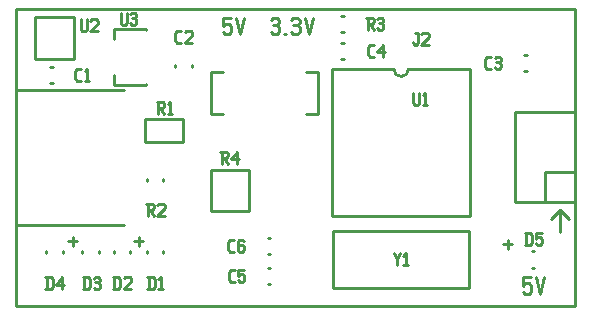
<source format=gbr>
G04 start of page 9 for group -4079 idx -4079 *
G04 Title: (unknown), topsilk *
G04 Creator: pcb 20140316 *
G04 CreationDate: Thu 30 Aug 2018 07:28:31 PM GMT UTC *
G04 For: railfan *
G04 Format: Gerber/RS-274X *
G04 PCB-Dimensions (mil): 1875.00 1000.00 *
G04 PCB-Coordinate-Origin: lower left *
%MOIN*%
%FSLAX25Y25*%
%LNTOPSILK*%
%ADD71C,0.0100*%
G54D71*X19500Y23500D02*Y20500D01*
X18000Y22000D02*X21000D01*
X41500Y23500D02*Y20500D01*
X40000Y22000D02*X43000D01*
X500Y500D02*X187000D01*
X164500Y22500D02*Y19500D01*
X163000Y21000D02*X166000D01*
X187000Y500D02*Y99500D01*
X500D01*
Y500D01*
X182000Y32500D02*Y25000D01*
Y32500D02*X179000Y29500D01*
X182000Y32500D02*X185000Y29500D01*
X69500Y96600D02*X72300D01*
X69500D02*Y93800D01*
X70200Y94500D01*
X71600D01*
X72300Y93800D01*
Y91700D01*
X71600Y91000D02*X72300Y91700D01*
X70200Y91000D02*X71600D01*
X69500Y91700D02*X70200Y91000D01*
X73980Y96600D02*X75380Y91000D01*
X76780Y96600D01*
X85500Y95900D02*X86200Y96600D01*
X87600D01*
X88300Y95900D01*
X87600Y91000D02*X88300Y91700D01*
X86200Y91000D02*X87600D01*
X85500Y91700D02*X86200Y91000D01*
Y94080D02*X87600D01*
X88300Y95900D02*Y94780D01*
Y93380D02*Y91700D01*
Y93380D02*X87600Y94080D01*
X88300Y94780D02*X87600Y94080D01*
X89980Y91000D02*X90680D01*
X92360Y95900D02*X93060Y96600D01*
X94460D01*
X95160Y95900D01*
X94460Y91000D02*X95160Y91700D01*
X93060Y91000D02*X94460D01*
X92360Y91700D02*X93060Y91000D01*
Y94080D02*X94460D01*
X95160Y95900D02*Y94780D01*
Y93380D02*Y91700D01*
Y93380D02*X94460Y94080D01*
X95160Y94780D02*X94460Y94080D01*
X96840Y96600D02*X98240Y91000D01*
X99640Y96600D01*
X169500Y10100D02*X172300D01*
X169500D02*Y7300D01*
X170200Y8000D01*
X171600D01*
X172300Y7300D01*
Y5200D01*
X171600Y4500D02*X172300Y5200D01*
X170200Y4500D02*X171600D01*
X169500Y5200D02*X170200Y4500D01*
X173980Y10100D02*X175380Y4500D01*
X176780Y10100D01*
X43701Y62741D02*X56299D01*
Y55259D01*
X43701D01*
Y62741D01*
X65800Y78600D02*Y64400D01*
Y78600D02*X69800D01*
X65800Y64400D02*X69800D01*
X101200Y78600D02*Y64400D01*
Y78600D02*X97200D01*
X101200Y64400D02*X97200D01*
X59255Y80893D02*Y80107D01*
X53745Y80893D02*Y80107D01*
X33271Y74250D02*X43901D01*
X33271Y92750D02*X43901D01*
X33271Y77500D02*Y74250D01*
Y92750D02*Y89500D01*
X43901Y74429D02*Y74250D01*
Y92750D02*Y92571D01*
X7100Y96800D02*Y82900D01*
X19900D01*
Y96800D02*Y82900D01*
X7100Y96800D02*X19900D01*
X12107Y74745D02*X12893D01*
X12107Y80255D02*X12893D01*
X22745Y18893D02*Y18107D01*
X28255Y18893D02*Y18107D01*
X10745Y18893D02*Y18107D01*
X16255Y18893D02*Y18107D01*
X33245Y18893D02*Y18107D01*
X38755Y18893D02*Y18107D01*
X500Y72500D02*Y27500D01*
Y72500D02*X36500D01*
X500Y27500D02*X36500D01*
X65701Y32110D02*X78299D01*
X65701Y45890D02*Y32110D01*
Y45890D02*X78299D01*
Y32110D01*
X84607Y17745D02*X85393D01*
X84607Y23255D02*X85393D01*
X84607Y7745D02*X85393D01*
X84607Y13255D02*X85393D01*
X44245Y18893D02*Y18107D01*
X49755Y18893D02*Y18107D01*
X44245Y42893D02*Y42107D01*
X49755Y42893D02*Y42107D01*
X172607Y13245D02*X173393D01*
X172607Y18755D02*X173393D01*
X187000Y65000D02*Y35000D01*
X167000Y65000D02*X187000D01*
X167000D02*Y35000D01*
X187000D01*
X177000Y45000D02*X187000D01*
X177000D02*Y35000D01*
X170107Y84255D02*X170893D01*
X170107Y78745D02*X170893D01*
X106000Y79500D02*Y30500D01*
X152000D01*
Y79500D01*
X106000D02*X126500D01*
X152000D02*X131500D01*
X126500D02*G75*G03X131500Y79500I2500J0D01*G01*
X106362Y6650D02*X151638D01*
X106362Y25350D02*Y6650D01*
Y25350D02*X151638D01*
Y6650D01*
X109107Y97255D02*X109893D01*
X109107Y91745D02*X109893D01*
X109107Y88255D02*X109893D01*
X109107Y82745D02*X109893D01*
X68676Y51850D02*X70676D01*
X71176Y51350D01*
Y50350D01*
X70676Y49850D02*X71176Y50350D01*
X69176Y49850D02*X70676D01*
X69176Y51850D02*Y47850D01*
X69976Y49850D02*X71176Y47850D01*
X72376Y49350D02*X74376Y51850D01*
X72376Y49350D02*X74876D01*
X74376Y51850D02*Y47850D01*
X47500Y68500D02*X49500D01*
X50000Y68000D01*
Y67000D01*
X49500Y66500D02*X50000Y67000D01*
X48000Y66500D02*X49500D01*
X48000Y68500D02*Y64500D01*
X48800Y66500D02*X50000Y64500D01*
X51200Y67700D02*X52000Y68500D01*
Y64500D01*
X51200D02*X52700D01*
X72050Y18650D02*X73350D01*
X71350Y19350D02*X72050Y18650D01*
X71350Y21950D02*Y19350D01*
Y21950D02*X72050Y22650D01*
X73350D01*
X76050D02*X76550Y22150D01*
X75050Y22650D02*X76050D01*
X74550Y22150D02*X75050Y22650D01*
X74550Y22150D02*Y19150D01*
X75050Y18650D01*
X76050Y20850D02*X76550Y20350D01*
X74550Y20850D02*X76050D01*
X75050Y18650D02*X76050D01*
X76550Y19150D01*
Y20350D02*Y19150D01*
X72269Y8500D02*X73569D01*
X71569Y9200D02*X72269Y8500D01*
X71569Y11800D02*Y9200D01*
Y11800D02*X72269Y12500D01*
X73569D01*
X74769D02*X76769D01*
X74769D02*Y10500D01*
X75269Y11000D01*
X76269D01*
X76769Y10500D01*
Y9000D01*
X76269Y8500D02*X76769Y9000D01*
X75269Y8500D02*X76269D01*
X74769Y9000D02*X75269Y8500D01*
X43983Y34500D02*X45983D01*
X46483Y34000D01*
Y33000D01*
X45983Y32500D02*X46483Y33000D01*
X44483Y32500D02*X45983D01*
X44483Y34500D02*Y30500D01*
X45283Y32500D02*X46483Y30500D01*
X47683Y34000D02*X48183Y34500D01*
X49683D01*
X50183Y34000D01*
Y33000D01*
X47683Y30500D02*X50183Y33000D01*
X47683Y30500D02*X50183D01*
X35492Y98176D02*Y94676D01*
X35992Y94176D01*
X36992D01*
X37492Y94676D01*
Y98176D02*Y94676D01*
X38692Y97676D02*X39192Y98176D01*
X40192D01*
X40692Y97676D01*
X40192Y94176D02*X40692Y94676D01*
X39192Y94176D02*X40192D01*
X38692Y94676D02*X39192Y94176D01*
Y96376D02*X40192D01*
X40692Y97676D02*Y96876D01*
Y95876D02*Y94676D01*
Y95876D02*X40192Y96376D01*
X40692Y96876D02*X40192Y96376D01*
X117350Y96650D02*X119350D01*
X119850Y96150D01*
Y95150D01*
X119350Y94650D02*X119850Y95150D01*
X117850Y94650D02*X119350D01*
X117850Y96650D02*Y92650D01*
X118650Y94650D02*X119850Y92650D01*
X121050Y96150D02*X121550Y96650D01*
X122550D01*
X123050Y96150D01*
X122550Y92650D02*X123050Y93150D01*
X121550Y92650D02*X122550D01*
X121050Y93150D02*X121550Y92650D01*
Y94850D02*X122550D01*
X123050Y96150D02*Y95350D01*
Y94350D02*Y93150D01*
Y94350D02*X122550Y94850D01*
X123050Y95350D02*X122550Y94850D01*
X22200Y96100D02*Y92600D01*
X22700Y92100D01*
X23700D01*
X24200Y92600D01*
Y96100D02*Y92600D01*
X25400Y95600D02*X25900Y96100D01*
X27400D01*
X27900Y95600D01*
Y94600D01*
X25400Y92100D02*X27900Y94600D01*
X25400Y92100D02*X27900D01*
X21050Y75650D02*X22350D01*
X20350Y76350D02*X21050Y75650D01*
X20350Y78950D02*Y76350D01*
Y78950D02*X21050Y79650D01*
X22350D01*
X23550Y78850D02*X24350Y79650D01*
Y75650D01*
X23550D02*X25050D01*
X54417Y88300D02*X55717D01*
X53717Y89000D02*X54417Y88300D01*
X53717Y91600D02*Y89000D01*
Y91600D02*X54417Y92300D01*
X55717D01*
X56917Y91800D02*X57417Y92300D01*
X58917D01*
X59417Y91800D01*
Y90800D01*
X56917Y88300D02*X59417Y90800D01*
X56917Y88300D02*X59417D01*
X23350Y10150D02*Y6150D01*
X24650Y10150D02*X25350Y9450D01*
Y6850D01*
X24650Y6150D02*X25350Y6850D01*
X22850Y6150D02*X24650D01*
X22850Y10150D02*X24650D01*
X26550Y9650D02*X27050Y10150D01*
X28050D01*
X28550Y9650D01*
X28050Y6150D02*X28550Y6650D01*
X27050Y6150D02*X28050D01*
X26550Y6650D02*X27050Y6150D01*
Y8350D02*X28050D01*
X28550Y9650D02*Y8850D01*
Y7850D02*Y6650D01*
Y7850D02*X28050Y8350D01*
X28550Y8850D02*X28050Y8350D01*
X10850Y10150D02*Y6150D01*
X12150Y10150D02*X12850Y9450D01*
Y6850D01*
X12150Y6150D02*X12850Y6850D01*
X10350Y6150D02*X12150D01*
X10350Y10150D02*X12150D01*
X14050Y7650D02*X16050Y10150D01*
X14050Y7650D02*X16550D01*
X16050Y10150D02*Y6150D01*
X33393Y10193D02*Y6193D01*
X34693Y10193D02*X35393Y9493D01*
Y6893D01*
X34693Y6193D02*X35393Y6893D01*
X32893Y6193D02*X34693D01*
X32893Y10193D02*X34693D01*
X36593Y9693D02*X37093Y10193D01*
X38593D01*
X39093Y9693D01*
Y8693D01*
X36593Y6193D02*X39093Y8693D01*
X36593Y6193D02*X39093D01*
X44893Y10193D02*Y6193D01*
X46193Y10193D02*X46893Y9493D01*
Y6893D01*
X46193Y6193D02*X46893Y6893D01*
X44393Y6193D02*X46193D01*
X44393Y10193D02*X46193D01*
X48093Y9393D02*X48893Y10193D01*
Y6193D01*
X48093D02*X49593D01*
X170676Y24850D02*Y20850D01*
X171976Y24850D02*X172676Y24150D01*
Y21550D01*
X171976Y20850D02*X172676Y21550D01*
X170176Y20850D02*X171976D01*
X170176Y24850D02*X171976D01*
X173876D02*X175876D01*
X173876D02*Y22850D01*
X174376Y23350D01*
X175376D01*
X175876Y22850D01*
Y21350D01*
X175376Y20850D02*X175876Y21350D01*
X174376Y20850D02*X175376D01*
X173876Y21350D02*X174376Y20850D01*
X126500Y18000D02*X127500Y16000D01*
X128500Y18000D01*
X127500Y16000D02*Y14000D01*
X129700Y17200D02*X130500Y18000D01*
Y14000D01*
X129700D02*X131200D01*
X133700Y91500D02*X134500D01*
Y88000D01*
X134000Y87500D02*X134500Y88000D01*
X133500Y87500D02*X134000D01*
X133000Y88000D02*X133500Y87500D01*
X133000Y88500D02*Y88000D01*
X135700Y91000D02*X136200Y91500D01*
X137700D01*
X138200Y91000D01*
Y90000D01*
X135700Y87500D02*X138200Y90000D01*
X135700Y87500D02*X138200D01*
X133000Y71500D02*Y68000D01*
X133500Y67500D01*
X134500D01*
X135000Y68000D01*
Y71500D02*Y68000D01*
X136200Y70700D02*X137000Y71500D01*
Y67500D01*
X136200D02*X137700D01*
X118550Y83650D02*X119850D01*
X117850Y84350D02*X118550Y83650D01*
X117850Y86950D02*Y84350D01*
Y86950D02*X118550Y87650D01*
X119850D01*
X121050Y85150D02*X123050Y87650D01*
X121050Y85150D02*X123550D01*
X123050Y87650D02*Y83650D01*
X157769Y79500D02*X159069D01*
X157069Y80200D02*X157769Y79500D01*
X157069Y82800D02*Y80200D01*
Y82800D02*X157769Y83500D01*
X159069D01*
X160269Y83000D02*X160769Y83500D01*
X161769D01*
X162269Y83000D01*
X161769Y79500D02*X162269Y80000D01*
X160769Y79500D02*X161769D01*
X160269Y80000D02*X160769Y79500D01*
Y81700D02*X161769D01*
X162269Y83000D02*Y82200D01*
Y81200D02*Y80000D01*
Y81200D02*X161769Y81700D01*
X162269Y82200D02*X161769Y81700D01*
M02*

</source>
